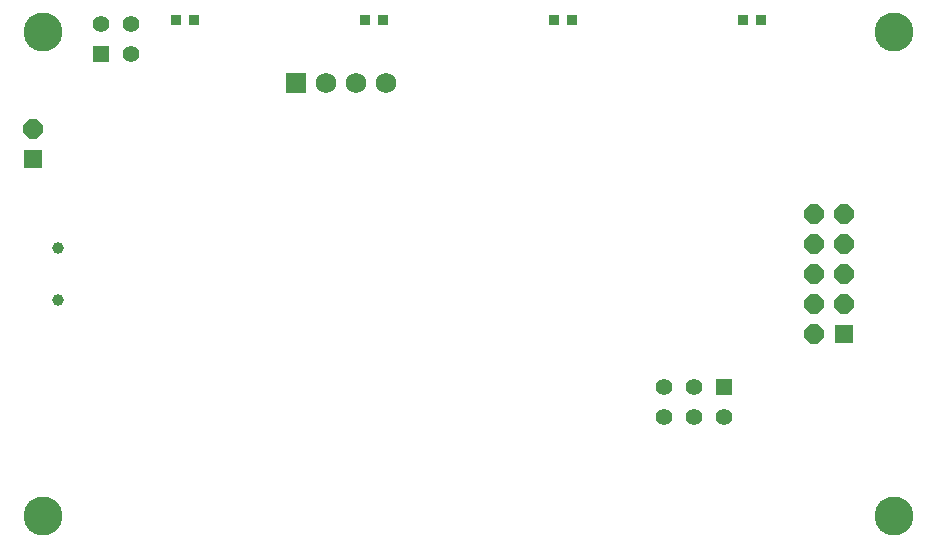
<source format=gbs>
G75*
%MOIN*%
%OFA0B0*%
%FSLAX25Y25*%
%IPPOS*%
%LPD*%
%AMOC8*
5,1,8,0,0,1.08239X$1,22.5*
%
%ADD10R,0.03550X0.03550*%
%ADD11C,0.03943*%
%ADD12R,0.06400X0.06400*%
%ADD13OC8,0.06400*%
%ADD14R,0.05550X0.05550*%
%ADD15C,0.05550*%
%ADD16C,0.12998*%
%ADD17R,0.06825X0.06825*%
%ADD18C,0.06825*%
D10*
X0114220Y0235814D03*
X0120126Y0235814D03*
X0177213Y0235814D03*
X0183118Y0235814D03*
X0240205Y0235814D03*
X0246110Y0235814D03*
X0303197Y0235814D03*
X0309102Y0235814D03*
D11*
X0074850Y0159830D03*
X0074850Y0142507D03*
D12*
X0066369Y0189711D03*
X0336740Y0131168D03*
D13*
X0326740Y0131168D03*
X0326740Y0141168D03*
X0336740Y0141168D03*
X0336740Y0151168D03*
X0326740Y0151168D03*
X0326740Y0161168D03*
X0336740Y0161168D03*
X0336740Y0171168D03*
X0326740Y0171168D03*
X0066369Y0199711D03*
D14*
X0089181Y0224711D03*
X0296931Y0113611D03*
D15*
X0296931Y0103611D03*
X0286931Y0103611D03*
X0276931Y0103611D03*
X0276931Y0113611D03*
X0286931Y0113611D03*
X0099181Y0224711D03*
X0099181Y0234711D03*
X0089181Y0234711D03*
D16*
X0069929Y0070459D03*
X0069929Y0231877D03*
X0353394Y0231877D03*
X0353394Y0070459D03*
D17*
X0154281Y0214811D03*
D18*
X0164281Y0214811D03*
X0174281Y0214811D03*
X0184281Y0214811D03*
M02*

</source>
